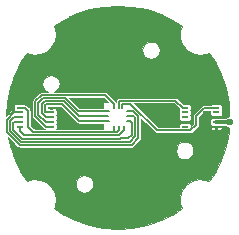
<source format=gtl>
G04 #@! TF.GenerationSoftware,KiCad,Pcbnew,5.0.2-bee76a0~70~ubuntu18.04.1*
G04 #@! TF.CreationDate,2019-08-28T17:06:08+02:00*
G04 #@! TF.ProjectId,upper_Sensor,75707065-725f-4536-956e-736f722e6b69,rev?*
G04 #@! TF.SameCoordinates,Original*
G04 #@! TF.FileFunction,Copper,L1,Top*
G04 #@! TF.FilePolarity,Positive*
%FSLAX46Y46*%
G04 Gerber Fmt 4.6, Leading zero omitted, Abs format (unit mm)*
G04 Created by KiCad (PCBNEW 5.0.2-bee76a0~70~ubuntu18.04.1) date Mi 28 Aug 2019 17:06:08 CEST*
%MOMM*%
%LPD*%
G01*
G04 APERTURE LIST*
G04 #@! TA.AperFunction,SMDPad,CuDef*
%ADD10R,0.630000X0.230000*%
G04 #@! TD*
G04 #@! TA.AperFunction,BGAPad,CuDef*
%ADD11C,0.150000*%
G04 #@! TD*
G04 #@! TA.AperFunction,ViaPad*
%ADD12C,0.600000*%
G04 #@! TD*
G04 #@! TA.AperFunction,Conductor*
%ADD13C,0.130000*%
G04 #@! TD*
G04 #@! TA.AperFunction,Conductor*
%ADD14C,0.300000*%
G04 #@! TD*
G04 #@! TA.AperFunction,Conductor*
%ADD15C,0.100000*%
G04 #@! TD*
G04 APERTURE END LIST*
D10*
G04 #@! TO.P,J12,10*
G04 #@! TO.N,GNDD*
X104325000Y-79200000D03*
G04 #@! TO.P,J12,9*
G04 #@! TO.N,N/C*
X101675000Y-79200000D03*
G04 #@! TO.P,J12,8*
G04 #@! TO.N,REFFET1_D2*
X104325000Y-79600000D03*
G04 #@! TO.P,J12,7*
G04 #@! TO.N,ISFET1_D4*
X101675000Y-79600000D03*
G04 #@! TO.P,J12,6*
G04 #@! TO.N,REFFET1_D3*
X104325000Y-80000000D03*
G04 #@! TO.P,J12,5*
G04 #@! TO.N,ISFET1_D3*
X101675000Y-80000000D03*
G04 #@! TO.P,J12,4*
G04 #@! TO.N,REFFET1_D4*
X104325000Y-80400000D03*
G04 #@! TO.P,J12,3*
G04 #@! TO.N,ISFET1_D2*
X101675000Y-80400000D03*
G04 #@! TO.P,J12,2*
G04 #@! TO.N,N/C*
X104325000Y-80800000D03*
G04 #@! TO.P,J12,1*
G04 #@! TO.N,ISFET1_D1*
X101675000Y-80800000D03*
G04 #@! TD*
G04 #@! TO.P,J11,10*
G04 #@! TO.N,O2_ELEC1*
X118325000Y-79200000D03*
G04 #@! TO.P,J11,9*
G04 #@! TO.N,ELEC1*
X115675000Y-79200000D03*
G04 #@! TO.P,J11,8*
G04 #@! TO.N,Net-(J11-Pad8)*
X118325000Y-79600000D03*
G04 #@! TO.P,J11,7*
G04 #@! TO.N,Net-(J11-Pad7)*
X115675000Y-79600000D03*
G04 #@! TO.P,J11,6*
G04 #@! TO.N,GNDD*
X118325000Y-80000000D03*
G04 #@! TO.P,J11,5*
G04 #@! TO.N,Net-(J11-Pad5)*
X115675000Y-80000000D03*
G04 #@! TO.P,J11,4*
G04 #@! TO.N,RF_ANT*
X118325000Y-80400000D03*
G04 #@! TO.P,J11,3*
G04 #@! TO.N,GNDD*
X115675000Y-80400000D03*
G04 #@! TO.P,J11,2*
X118325000Y-80800000D03*
G04 #@! TO.P,J11,1*
G04 #@! TO.N,Net-(J11-Pad1)*
X115675000Y-80800000D03*
G04 #@! TD*
D11*
G04 #@! TO.P,REF\002A\002A,D4i*
G04 #@! TO.N,ISFET1_D4*
X110753000Y-79450000D03*
G04 #@! TO.P,REF\002A\002A,D2i*
G04 #@! TO.N,ISFET1_D2*
X110753000Y-80330000D03*
G04 #@! TO.P,REF\002A\002A,D3i*
G04 #@! TO.N,ISFET1_D3*
X110753000Y-79890000D03*
G04 #@! TO.P,REF\002A\002A,D1i*
G04 #@! TO.N,ISFET1_D1*
X110550000Y-80753000D03*
G04 #@! TO.P,REF\002A\002A,SUB*
G04 #@! TO.N,N/C*
X109670000Y-80753000D03*
G04 #@! TO.P,REF\002A\002A,S*
X110110000Y-80753000D03*
G04 #@! TO.P,REF\002A\002A,D3m*
G04 #@! TO.N,REFFET1_D3*
X109247000Y-79890000D03*
G04 #@! TO.P,REF\002A\002A,D4m*
G04 #@! TO.N,REFFET1_D4*
X109247000Y-79450000D03*
G04 #@! TO.P,REF\002A\002A,D2m*
G04 #@! TO.N,REFFET1_D2*
X109247000Y-80330000D03*
G04 #@! TO.P,REF\002A\002A,G*
G04 #@! TO.N,N/C*
X109670000Y-79247000D03*
G04 #@! TO.P,REF\002A\002A,O2*
G04 #@! TO.N,O2_ELEC1*
X110330000Y-79247000D03*
G04 #@! TO.P,REF\002A\002A,ELEC*
G04 #@! TO.N,ELEC1*
X110110000Y-79247000D03*
G04 #@! TD*
D12*
G04 #@! TO.N,GNDD*
X110797475Y-89115181D03*
X111588881Y-89010990D03*
X112368194Y-88838220D03*
X113129484Y-88598186D03*
X114575000Y-87924131D03*
X113866957Y-88292715D03*
X117924130Y-84574999D03*
X118292714Y-83866956D03*
X118598185Y-83129483D03*
X118598183Y-76870516D03*
X118292712Y-76133044D03*
X117924128Y-75425001D03*
X118838217Y-77631806D03*
X119010987Y-78411119D03*
X114574998Y-72075871D03*
X112368193Y-71161782D03*
X111588880Y-70989012D03*
X113129483Y-71401816D03*
X113866955Y-71707287D03*
X110797474Y-70884822D03*
X108411119Y-70989014D03*
X107631806Y-71161784D03*
X109202524Y-70884823D03*
X109999999Y-70850004D03*
X106870516Y-71401818D03*
X105425002Y-72075873D03*
X106133044Y-71707289D03*
X102075872Y-75425003D03*
X101707288Y-76133046D03*
X102075875Y-84574997D03*
X101401820Y-83129483D03*
X101707291Y-83866955D03*
X105425005Y-87924127D03*
X106133047Y-88292710D03*
X106870519Y-88598181D03*
X107631808Y-88838215D03*
X108411121Y-89010984D03*
X109202526Y-89115174D03*
X118838219Y-82368193D03*
X119010989Y-81588880D03*
X119115178Y-79202524D03*
X101401817Y-76870518D03*
X101161783Y-77631808D03*
X100989014Y-78411121D03*
X100884824Y-79202526D03*
X110000000Y-89150000D03*
X118300000Y-81400000D03*
X117500000Y-80400000D03*
X117500000Y-80400000D03*
X117500000Y-80400000D03*
X117500000Y-81100000D03*
X118200000Y-78600000D03*
X116500000Y-79100000D03*
X112300000Y-79200000D03*
X114800000Y-80500000D03*
X105100000Y-79600000D03*
X106300000Y-80700000D03*
X107700000Y-78700000D03*
X117500025Y-79700025D03*
G04 #@! TO.N,RF_ANT*
X119491760Y-80403700D03*
G04 #@! TD*
D13*
G04 #@! TO.N,*
X102120000Y-79200000D02*
X102369620Y-79449620D01*
X101675000Y-79200000D02*
X102120000Y-79200000D01*
X102369620Y-79449620D02*
X102369620Y-80812640D01*
X102369620Y-80812640D02*
X102842060Y-81285080D01*
X102842060Y-81285080D02*
X109138720Y-81285080D01*
X109138720Y-81285080D02*
X109928660Y-81285080D01*
X109928660Y-81285080D02*
X110109000Y-81104740D01*
X110109000Y-81104740D02*
X110109000Y-80756760D01*
X109672120Y-81127880D02*
X109672120Y-80751680D01*
X109138720Y-81285080D02*
X109514920Y-81285080D01*
X109514920Y-81285080D02*
X109672120Y-81127880D01*
X109664500Y-78864500D02*
X109664500Y-79217520D01*
X103880000Y-80800000D02*
X102999540Y-79919540D01*
X104325000Y-80800000D02*
X103880000Y-80800000D01*
X102999540Y-78653640D02*
X103553180Y-78100000D01*
X102999540Y-79919540D02*
X102999540Y-78653640D01*
X103553180Y-78100000D02*
X108900000Y-78100000D01*
X108900000Y-78100000D02*
X109664500Y-78864500D01*
G04 #@! TO.N,REFFET1_D2*
X103814999Y-78973562D02*
X103908528Y-78880033D01*
X105293493Y-78880033D02*
X106746040Y-80332580D01*
X104325000Y-79600000D02*
X103880000Y-79600000D01*
X103880000Y-79600000D02*
X103814999Y-79534999D01*
X106746040Y-80332580D02*
X109273340Y-80332580D01*
X103908528Y-78880033D02*
X105293493Y-78880033D01*
X103814999Y-79534999D02*
X103814999Y-78973562D01*
G04 #@! TO.N,REFFET1_D3*
X105401190Y-78620022D02*
X106671788Y-79890620D01*
X103800829Y-78620022D02*
X105401190Y-78620022D01*
X103548180Y-78872671D02*
X103800829Y-78620022D01*
X103548180Y-79668180D02*
X103548180Y-78872671D01*
X103880000Y-80000000D02*
X103548180Y-79668180D01*
X104325000Y-80000000D02*
X103880000Y-80000000D01*
X106671788Y-79890620D02*
X109204999Y-79890620D01*
G04 #@! TO.N,REFFET1_D4*
X104325000Y-80400000D02*
X103880000Y-80400000D01*
X103273860Y-79793860D02*
X103273860Y-78762860D01*
X103273860Y-78762860D02*
X103676709Y-78360011D01*
X106600076Y-79451200D02*
X109255560Y-79451200D01*
X103880000Y-80400000D02*
X103273860Y-79793860D01*
X105508887Y-78360011D02*
X106600076Y-79451200D01*
X103676709Y-78360011D02*
X105508887Y-78360011D01*
G04 #@! TO.N,ISFET1_D4*
X111275450Y-79451200D02*
X110771940Y-79451200D01*
X111746620Y-79922370D02*
X111275450Y-79451200D01*
X111746620Y-81753380D02*
X111746620Y-79922370D01*
X100623710Y-81265779D02*
X101690422Y-82332490D01*
X101675000Y-79600000D02*
X101230000Y-79600000D01*
X100623710Y-80206290D02*
X100623710Y-81265779D01*
X101230000Y-79600000D02*
X100623710Y-80206290D01*
X101690422Y-82332490D02*
X111167510Y-82332490D01*
X111167510Y-82332490D02*
X111746620Y-81753380D01*
G04 #@! TO.N,ISFET1_D3*
X101675000Y-80000000D02*
X101230000Y-80000000D01*
X111349700Y-79893160D02*
X110795001Y-79893160D01*
X101798769Y-82072479D02*
X110290697Y-82072479D01*
X101230000Y-80000000D02*
X100883721Y-80346279D01*
X100883721Y-80346279D02*
X100883721Y-81157431D01*
X100883721Y-81157431D02*
X101798769Y-82072479D01*
X111486609Y-80030069D02*
X111349700Y-79893160D01*
X111486609Y-80876568D02*
X111486609Y-80030069D01*
X110290697Y-82072479D02*
X111027521Y-82072479D01*
X111486609Y-80876568D02*
X111486609Y-81613391D01*
X111486609Y-81613391D02*
X111027520Y-82072480D01*
G04 #@! TO.N,ISFET1_D2*
X101230000Y-80400000D02*
X101150420Y-80479580D01*
X101675000Y-80400000D02*
X101230000Y-80400000D01*
X101900708Y-81806710D02*
X102759001Y-81806710D01*
X101150420Y-80479580D02*
X101150420Y-81056422D01*
X101150420Y-81056422D02*
X101900708Y-81806710D01*
X102759001Y-81806710D02*
X110188759Y-81806710D01*
X111226600Y-80768869D02*
X111226600Y-80505300D01*
X111226600Y-80505300D02*
X111058960Y-80337660D01*
X111058960Y-80337660D02*
X110769400Y-80337660D01*
X111226600Y-80768869D02*
X111226600Y-81473400D01*
X111226600Y-81473400D02*
X110900000Y-81800000D01*
X110900000Y-81800000D02*
X110200000Y-81800000D01*
G04 #@! TO.N,ISFET1_D1*
X110556040Y-81071720D02*
X110556040Y-80764380D01*
X101675000Y-80800000D02*
X101675000Y-81187360D01*
X110081060Y-81546700D02*
X110556040Y-81071720D01*
X102034340Y-81546700D02*
X110081060Y-81546700D01*
X101675000Y-81187360D02*
X102034340Y-81546700D01*
G04 #@! TO.N,ELEC1*
X110157260Y-78592680D02*
X110101380Y-78648560D01*
X114867680Y-78592680D02*
X110157260Y-78592680D01*
X115675000Y-79200000D02*
X115475000Y-79200000D01*
X110101380Y-78648560D02*
X110101380Y-79209900D01*
X115475000Y-79200000D02*
X114867680Y-78592680D01*
D14*
G04 #@! TO.N,RF_ANT*
X118325000Y-80400000D02*
X119488060Y-80400000D01*
X119488060Y-80400000D02*
X119491760Y-80403700D01*
D13*
G04 #@! TO.N,O2_ELEC1*
X110380001Y-78919999D02*
X110380001Y-79197200D01*
X111044650Y-78852690D02*
X110447310Y-78852690D01*
X118325000Y-79200000D02*
X117300000Y-79200000D01*
X110447310Y-78852690D02*
X110380001Y-78919999D01*
X116146001Y-81110001D02*
X113301961Y-81110001D01*
X117300000Y-79200000D02*
X116600000Y-79900000D01*
X113301961Y-81110001D02*
X111044650Y-78852690D01*
X116600000Y-79900000D02*
X116600000Y-80656002D01*
X116600000Y-80656002D02*
X116146001Y-81110001D01*
G04 #@! TD*
D15*
G04 #@! TO.N,GNDD*
G36*
X111233460Y-70630953D02*
X112445808Y-70872104D01*
X113616320Y-71269438D01*
X114724952Y-71816156D01*
X115424441Y-72283539D01*
X115276484Y-72727022D01*
X115280984Y-73300016D01*
X115470845Y-73840660D01*
X115825593Y-74290656D01*
X116306977Y-74601482D01*
X116863089Y-74739621D01*
X117433964Y-74690178D01*
X117711163Y-74567630D01*
X118183844Y-75275048D01*
X118730562Y-76383680D01*
X119127896Y-77554192D01*
X119369047Y-78766540D01*
X119444892Y-79923700D01*
X119396282Y-79923700D01*
X119219862Y-79996775D01*
X119146637Y-80070000D01*
X118765000Y-80070000D01*
X118752500Y-80057500D01*
X118425000Y-80057500D01*
X118425000Y-80070000D01*
X118292498Y-80070000D01*
X118225000Y-80083426D01*
X118225000Y-80057500D01*
X117897500Y-80057500D01*
X117860000Y-80095000D01*
X117860000Y-80144837D01*
X117870398Y-80169940D01*
X117840444Y-80214768D01*
X117826474Y-80285000D01*
X117826474Y-80515000D01*
X117840444Y-80585232D01*
X117870398Y-80630060D01*
X117860000Y-80655163D01*
X117860000Y-80705000D01*
X117897500Y-80742500D01*
X118225000Y-80742500D01*
X118225000Y-80716574D01*
X118292498Y-80730000D01*
X118425000Y-80730000D01*
X118425000Y-80742500D01*
X118752500Y-80742500D01*
X118765000Y-80730000D01*
X119139237Y-80730000D01*
X119219862Y-80810625D01*
X119392086Y-80881962D01*
X119369047Y-81233460D01*
X119127896Y-82445808D01*
X118730562Y-83616320D01*
X118183844Y-84724952D01*
X117711430Y-85431970D01*
X117407362Y-85303214D01*
X116835781Y-85262744D01*
X116281907Y-85409601D01*
X115805465Y-85727950D01*
X115457829Y-86183462D01*
X115276484Y-86727022D01*
X115280984Y-87300016D01*
X115426699Y-87714952D01*
X114724952Y-88183844D01*
X113616320Y-88730562D01*
X112445808Y-89127896D01*
X111233460Y-89369047D01*
X110000000Y-89449893D01*
X108766540Y-89369047D01*
X107554192Y-89127896D01*
X106383680Y-88730562D01*
X105275048Y-88183844D01*
X104570975Y-87713398D01*
X104650919Y-87565236D01*
X104745000Y-87000000D01*
X104744785Y-86972591D01*
X104641837Y-86408902D01*
X104361851Y-85908952D01*
X104080390Y-85656854D01*
X106426572Y-85656854D01*
X106483282Y-85941954D01*
X106644778Y-86183649D01*
X106886473Y-86345145D01*
X107171573Y-86401855D01*
X107456673Y-86345145D01*
X107698368Y-86183649D01*
X107859864Y-85941954D01*
X107916574Y-85656854D01*
X107859864Y-85371754D01*
X107698368Y-85130059D01*
X107456673Y-84968563D01*
X107171573Y-84911853D01*
X106886473Y-84968563D01*
X106644778Y-85130059D01*
X106483282Y-85371754D01*
X106426572Y-85656854D01*
X104080390Y-85656854D01*
X103935018Y-85526648D01*
X103407362Y-85303214D01*
X102835781Y-85262744D01*
X102281907Y-85409601D01*
X102276180Y-85413428D01*
X101816156Y-84724952D01*
X101269438Y-83616320D01*
X101001986Y-82828427D01*
X114911853Y-82828427D01*
X114968563Y-83113527D01*
X115130059Y-83355222D01*
X115371754Y-83516718D01*
X115656854Y-83573428D01*
X115941954Y-83516718D01*
X116183649Y-83355222D01*
X116345145Y-83113527D01*
X116401855Y-82828427D01*
X116345145Y-82543327D01*
X116183649Y-82301632D01*
X115941954Y-82140136D01*
X115656854Y-82083426D01*
X115371754Y-82140136D01*
X115130059Y-82301632D01*
X114968563Y-82543327D01*
X114911853Y-82828427D01*
X101001986Y-82828427D01*
X100872104Y-82445808D01*
X100726809Y-81715359D01*
X101500119Y-82488669D01*
X101513787Y-82509125D01*
X101594828Y-82563274D01*
X101690422Y-82582289D01*
X101714548Y-82577490D01*
X111143384Y-82577490D01*
X111167510Y-82582289D01*
X111191636Y-82577490D01*
X111263104Y-82563274D01*
X111344145Y-82509125D01*
X111357815Y-82488666D01*
X111902799Y-81943683D01*
X111923255Y-81930015D01*
X111977404Y-81848974D01*
X111991620Y-81777506D01*
X111991620Y-81777505D01*
X111996419Y-81753381D01*
X111991620Y-81729256D01*
X111991620Y-80146141D01*
X113111658Y-81266180D01*
X113125326Y-81286636D01*
X113196311Y-81334066D01*
X113206367Y-81340785D01*
X113301961Y-81359800D01*
X113326087Y-81355001D01*
X116121875Y-81355001D01*
X116146001Y-81359800D01*
X116170127Y-81355001D01*
X116241595Y-81340785D01*
X116322636Y-81286636D01*
X116336306Y-81266177D01*
X116707483Y-80895000D01*
X117860000Y-80895000D01*
X117860000Y-80944837D01*
X117882836Y-80999968D01*
X117925032Y-81042164D01*
X117980163Y-81065000D01*
X118187500Y-81065000D01*
X118225000Y-81027500D01*
X118225000Y-80857500D01*
X118425000Y-80857500D01*
X118425000Y-81027500D01*
X118462500Y-81065000D01*
X118669837Y-81065000D01*
X118724968Y-81042164D01*
X118767164Y-80999968D01*
X118790000Y-80944837D01*
X118790000Y-80895000D01*
X118752500Y-80857500D01*
X118425000Y-80857500D01*
X118225000Y-80857500D01*
X117897500Y-80857500D01*
X117860000Y-80895000D01*
X116707483Y-80895000D01*
X116756181Y-80846303D01*
X116776635Y-80832637D01*
X116830784Y-80751596D01*
X116845000Y-80680128D01*
X116849799Y-80656002D01*
X116845000Y-80631876D01*
X116845000Y-80001481D01*
X117401482Y-79445000D01*
X117834430Y-79445000D01*
X117826474Y-79485000D01*
X117826474Y-79715000D01*
X117840444Y-79785232D01*
X117870398Y-79830060D01*
X117860000Y-79855163D01*
X117860000Y-79905000D01*
X117897500Y-79942500D01*
X118225000Y-79942500D01*
X118225000Y-79898526D01*
X118425000Y-79898526D01*
X118425000Y-79942500D01*
X118752500Y-79942500D01*
X118790000Y-79905000D01*
X118790000Y-79855163D01*
X118779602Y-79830060D01*
X118809556Y-79785232D01*
X118823526Y-79715000D01*
X118823526Y-79485000D01*
X118809556Y-79414768D01*
X118799688Y-79400000D01*
X118809556Y-79385232D01*
X118823526Y-79315000D01*
X118823526Y-79085000D01*
X118809556Y-79014768D01*
X118769772Y-78955228D01*
X118710232Y-78915444D01*
X118640000Y-78901474D01*
X118010000Y-78901474D01*
X117939768Y-78915444D01*
X117880569Y-78955000D01*
X117324124Y-78955000D01*
X117299999Y-78950201D01*
X117275874Y-78955000D01*
X117204406Y-78969216D01*
X117123365Y-79023365D01*
X117109697Y-79043821D01*
X116443824Y-79709695D01*
X116423365Y-79723365D01*
X116382635Y-79784324D01*
X116369216Y-79804407D01*
X116350201Y-79900000D01*
X116355000Y-79924126D01*
X116355001Y-80554519D01*
X116173526Y-80735994D01*
X116173526Y-80685000D01*
X116159556Y-80614768D01*
X116129602Y-80569940D01*
X116140000Y-80544837D01*
X116140000Y-80495000D01*
X116102500Y-80457500D01*
X115775000Y-80457500D01*
X115775000Y-80501474D01*
X115575000Y-80501474D01*
X115575000Y-80457500D01*
X115247500Y-80457500D01*
X115210000Y-80495000D01*
X115210000Y-80544837D01*
X115220398Y-80569940D01*
X115190444Y-80614768D01*
X115176474Y-80685000D01*
X115176474Y-80865001D01*
X113403443Y-80865001D01*
X111376121Y-78837680D01*
X114766199Y-78837680D01*
X115176474Y-79247956D01*
X115176474Y-79315000D01*
X115190444Y-79385232D01*
X115200312Y-79400000D01*
X115190444Y-79414768D01*
X115176474Y-79485000D01*
X115176474Y-79715000D01*
X115190444Y-79785232D01*
X115200312Y-79800000D01*
X115190444Y-79814768D01*
X115176474Y-79885000D01*
X115176474Y-80115000D01*
X115190444Y-80185232D01*
X115220398Y-80230060D01*
X115210000Y-80255163D01*
X115210000Y-80305000D01*
X115247500Y-80342500D01*
X115575000Y-80342500D01*
X115575000Y-80298526D01*
X115775000Y-80298526D01*
X115775000Y-80342500D01*
X116102500Y-80342500D01*
X116140000Y-80305000D01*
X116140000Y-80255163D01*
X116129602Y-80230060D01*
X116159556Y-80185232D01*
X116173526Y-80115000D01*
X116173526Y-79885000D01*
X116159556Y-79814768D01*
X116149688Y-79800000D01*
X116159556Y-79785232D01*
X116173526Y-79715000D01*
X116173526Y-79485000D01*
X116159556Y-79414768D01*
X116149688Y-79400000D01*
X116159556Y-79385232D01*
X116173526Y-79315000D01*
X116173526Y-79085000D01*
X116159556Y-79014768D01*
X116119772Y-78955228D01*
X116060232Y-78915444D01*
X115990000Y-78901474D01*
X115522956Y-78901474D01*
X115057985Y-78436504D01*
X115044315Y-78416045D01*
X114963274Y-78361896D01*
X114891806Y-78347680D01*
X114867680Y-78342881D01*
X114843554Y-78347680D01*
X110181384Y-78347680D01*
X110157259Y-78342881D01*
X110133135Y-78347680D01*
X110133134Y-78347680D01*
X110061666Y-78361896D01*
X109980625Y-78416045D01*
X109966955Y-78436504D01*
X109945204Y-78458255D01*
X109924745Y-78471925D01*
X109881501Y-78536646D01*
X109870596Y-78552967D01*
X109851581Y-78648560D01*
X109856380Y-78672686D01*
X109856380Y-78710681D01*
X109841135Y-78687865D01*
X109820679Y-78674197D01*
X109090305Y-77943824D01*
X109076635Y-77923365D01*
X108995594Y-77869216D01*
X108924126Y-77855000D01*
X108900000Y-77850201D01*
X108875874Y-77855000D01*
X104635525Y-77855000D01*
X104869941Y-77698368D01*
X105031437Y-77456673D01*
X105088147Y-77171573D01*
X105031437Y-76886473D01*
X104869941Y-76644778D01*
X104628246Y-76483282D01*
X104343146Y-76426572D01*
X104058046Y-76483282D01*
X103816351Y-76644778D01*
X103654855Y-76886473D01*
X103598145Y-77171573D01*
X103654855Y-77456673D01*
X103816351Y-77698368D01*
X104050767Y-77855000D01*
X103577304Y-77855000D01*
X103553179Y-77850201D01*
X103529055Y-77855000D01*
X103529054Y-77855000D01*
X103457586Y-77869216D01*
X103376545Y-77923365D01*
X103362877Y-77943821D01*
X102843362Y-78463337D01*
X102822906Y-78477005D01*
X102791219Y-78524429D01*
X102768756Y-78558047D01*
X102749741Y-78653640D01*
X102754541Y-78677771D01*
X102754540Y-79895414D01*
X102749741Y-79919540D01*
X102754540Y-79943665D01*
X102768756Y-80015133D01*
X102822905Y-80096175D01*
X102843364Y-80109845D01*
X103689697Y-80956179D01*
X103703365Y-80976635D01*
X103784406Y-81030784D01*
X103831140Y-81040080D01*
X102943542Y-81040080D01*
X102614620Y-80711159D01*
X102614620Y-79473746D01*
X102619419Y-79449620D01*
X102600404Y-79354026D01*
X102594172Y-79344699D01*
X102546255Y-79272985D01*
X102525799Y-79259317D01*
X102310305Y-79043824D01*
X102296635Y-79023365D01*
X102215594Y-78969216D01*
X102144126Y-78955000D01*
X102120000Y-78950201D01*
X102114027Y-78951389D01*
X102060232Y-78915444D01*
X101990000Y-78901474D01*
X101360000Y-78901474D01*
X101289768Y-78915444D01*
X101230228Y-78955228D01*
X101190444Y-79014768D01*
X101176474Y-79085000D01*
X101176474Y-79315000D01*
X101185247Y-79359103D01*
X101134406Y-79369216D01*
X101053365Y-79423365D01*
X101039699Y-79443818D01*
X100554778Y-79928741D01*
X100630953Y-78766540D01*
X100872104Y-77554192D01*
X101269438Y-76383680D01*
X101816156Y-75275048D01*
X102278503Y-74583096D01*
X102306977Y-74601482D01*
X102863089Y-74739621D01*
X103433964Y-74690178D01*
X103958045Y-74458484D01*
X104082816Y-74343146D01*
X112083426Y-74343146D01*
X112140136Y-74628246D01*
X112301632Y-74869941D01*
X112543327Y-75031437D01*
X112828427Y-75088147D01*
X113113527Y-75031437D01*
X113355222Y-74869941D01*
X113516718Y-74628246D01*
X113573428Y-74343146D01*
X113516718Y-74058046D01*
X113355222Y-73816351D01*
X113113527Y-73654855D01*
X112828427Y-73598145D01*
X112543327Y-73654855D01*
X112301632Y-73816351D01*
X112140136Y-74058046D01*
X112083426Y-74343146D01*
X104082816Y-74343146D01*
X104378820Y-74069523D01*
X104650919Y-73565236D01*
X104745000Y-73000000D01*
X104744785Y-72972591D01*
X104641837Y-72408902D01*
X104572700Y-72285449D01*
X105275048Y-71816156D01*
X106383680Y-71269438D01*
X107554192Y-70872104D01*
X108766540Y-70630953D01*
X110000000Y-70550107D01*
X111233460Y-70630953D01*
X111233460Y-70630953D01*
G37*
X111233460Y-70630953D02*
X112445808Y-70872104D01*
X113616320Y-71269438D01*
X114724952Y-71816156D01*
X115424441Y-72283539D01*
X115276484Y-72727022D01*
X115280984Y-73300016D01*
X115470845Y-73840660D01*
X115825593Y-74290656D01*
X116306977Y-74601482D01*
X116863089Y-74739621D01*
X117433964Y-74690178D01*
X117711163Y-74567630D01*
X118183844Y-75275048D01*
X118730562Y-76383680D01*
X119127896Y-77554192D01*
X119369047Y-78766540D01*
X119444892Y-79923700D01*
X119396282Y-79923700D01*
X119219862Y-79996775D01*
X119146637Y-80070000D01*
X118765000Y-80070000D01*
X118752500Y-80057500D01*
X118425000Y-80057500D01*
X118425000Y-80070000D01*
X118292498Y-80070000D01*
X118225000Y-80083426D01*
X118225000Y-80057500D01*
X117897500Y-80057500D01*
X117860000Y-80095000D01*
X117860000Y-80144837D01*
X117870398Y-80169940D01*
X117840444Y-80214768D01*
X117826474Y-80285000D01*
X117826474Y-80515000D01*
X117840444Y-80585232D01*
X117870398Y-80630060D01*
X117860000Y-80655163D01*
X117860000Y-80705000D01*
X117897500Y-80742500D01*
X118225000Y-80742500D01*
X118225000Y-80716574D01*
X118292498Y-80730000D01*
X118425000Y-80730000D01*
X118425000Y-80742500D01*
X118752500Y-80742500D01*
X118765000Y-80730000D01*
X119139237Y-80730000D01*
X119219862Y-80810625D01*
X119392086Y-80881962D01*
X119369047Y-81233460D01*
X119127896Y-82445808D01*
X118730562Y-83616320D01*
X118183844Y-84724952D01*
X117711430Y-85431970D01*
X117407362Y-85303214D01*
X116835781Y-85262744D01*
X116281907Y-85409601D01*
X115805465Y-85727950D01*
X115457829Y-86183462D01*
X115276484Y-86727022D01*
X115280984Y-87300016D01*
X115426699Y-87714952D01*
X114724952Y-88183844D01*
X113616320Y-88730562D01*
X112445808Y-89127896D01*
X111233460Y-89369047D01*
X110000000Y-89449893D01*
X108766540Y-89369047D01*
X107554192Y-89127896D01*
X106383680Y-88730562D01*
X105275048Y-88183844D01*
X104570975Y-87713398D01*
X104650919Y-87565236D01*
X104745000Y-87000000D01*
X104744785Y-86972591D01*
X104641837Y-86408902D01*
X104361851Y-85908952D01*
X104080390Y-85656854D01*
X106426572Y-85656854D01*
X106483282Y-85941954D01*
X106644778Y-86183649D01*
X106886473Y-86345145D01*
X107171573Y-86401855D01*
X107456673Y-86345145D01*
X107698368Y-86183649D01*
X107859864Y-85941954D01*
X107916574Y-85656854D01*
X107859864Y-85371754D01*
X107698368Y-85130059D01*
X107456673Y-84968563D01*
X107171573Y-84911853D01*
X106886473Y-84968563D01*
X106644778Y-85130059D01*
X106483282Y-85371754D01*
X106426572Y-85656854D01*
X104080390Y-85656854D01*
X103935018Y-85526648D01*
X103407362Y-85303214D01*
X102835781Y-85262744D01*
X102281907Y-85409601D01*
X102276180Y-85413428D01*
X101816156Y-84724952D01*
X101269438Y-83616320D01*
X101001986Y-82828427D01*
X114911853Y-82828427D01*
X114968563Y-83113527D01*
X115130059Y-83355222D01*
X115371754Y-83516718D01*
X115656854Y-83573428D01*
X115941954Y-83516718D01*
X116183649Y-83355222D01*
X116345145Y-83113527D01*
X116401855Y-82828427D01*
X116345145Y-82543327D01*
X116183649Y-82301632D01*
X115941954Y-82140136D01*
X115656854Y-82083426D01*
X115371754Y-82140136D01*
X115130059Y-82301632D01*
X114968563Y-82543327D01*
X114911853Y-82828427D01*
X101001986Y-82828427D01*
X100872104Y-82445808D01*
X100726809Y-81715359D01*
X101500119Y-82488669D01*
X101513787Y-82509125D01*
X101594828Y-82563274D01*
X101690422Y-82582289D01*
X101714548Y-82577490D01*
X111143384Y-82577490D01*
X111167510Y-82582289D01*
X111191636Y-82577490D01*
X111263104Y-82563274D01*
X111344145Y-82509125D01*
X111357815Y-82488666D01*
X111902799Y-81943683D01*
X111923255Y-81930015D01*
X111977404Y-81848974D01*
X111991620Y-81777506D01*
X111991620Y-81777505D01*
X111996419Y-81753381D01*
X111991620Y-81729256D01*
X111991620Y-80146141D01*
X113111658Y-81266180D01*
X113125326Y-81286636D01*
X113196311Y-81334066D01*
X113206367Y-81340785D01*
X113301961Y-81359800D01*
X113326087Y-81355001D01*
X116121875Y-81355001D01*
X116146001Y-81359800D01*
X116170127Y-81355001D01*
X116241595Y-81340785D01*
X116322636Y-81286636D01*
X116336306Y-81266177D01*
X116707483Y-80895000D01*
X117860000Y-80895000D01*
X117860000Y-80944837D01*
X117882836Y-80999968D01*
X117925032Y-81042164D01*
X117980163Y-81065000D01*
X118187500Y-81065000D01*
X118225000Y-81027500D01*
X118225000Y-80857500D01*
X118425000Y-80857500D01*
X118425000Y-81027500D01*
X118462500Y-81065000D01*
X118669837Y-81065000D01*
X118724968Y-81042164D01*
X118767164Y-80999968D01*
X118790000Y-80944837D01*
X118790000Y-80895000D01*
X118752500Y-80857500D01*
X118425000Y-80857500D01*
X118225000Y-80857500D01*
X117897500Y-80857500D01*
X117860000Y-80895000D01*
X116707483Y-80895000D01*
X116756181Y-80846303D01*
X116776635Y-80832637D01*
X116830784Y-80751596D01*
X116845000Y-80680128D01*
X116849799Y-80656002D01*
X116845000Y-80631876D01*
X116845000Y-80001481D01*
X117401482Y-79445000D01*
X117834430Y-79445000D01*
X117826474Y-79485000D01*
X117826474Y-79715000D01*
X117840444Y-79785232D01*
X117870398Y-79830060D01*
X117860000Y-79855163D01*
X117860000Y-79905000D01*
X117897500Y-79942500D01*
X118225000Y-79942500D01*
X118225000Y-79898526D01*
X118425000Y-79898526D01*
X118425000Y-79942500D01*
X118752500Y-79942500D01*
X118790000Y-79905000D01*
X118790000Y-79855163D01*
X118779602Y-79830060D01*
X118809556Y-79785232D01*
X118823526Y-79715000D01*
X118823526Y-79485000D01*
X118809556Y-79414768D01*
X118799688Y-79400000D01*
X118809556Y-79385232D01*
X118823526Y-79315000D01*
X118823526Y-79085000D01*
X118809556Y-79014768D01*
X118769772Y-78955228D01*
X118710232Y-78915444D01*
X118640000Y-78901474D01*
X118010000Y-78901474D01*
X117939768Y-78915444D01*
X117880569Y-78955000D01*
X117324124Y-78955000D01*
X117299999Y-78950201D01*
X117275874Y-78955000D01*
X117204406Y-78969216D01*
X117123365Y-79023365D01*
X117109697Y-79043821D01*
X116443824Y-79709695D01*
X116423365Y-79723365D01*
X116382635Y-79784324D01*
X116369216Y-79804407D01*
X116350201Y-79900000D01*
X116355000Y-79924126D01*
X116355001Y-80554519D01*
X116173526Y-80735994D01*
X116173526Y-80685000D01*
X116159556Y-80614768D01*
X116129602Y-80569940D01*
X116140000Y-80544837D01*
X116140000Y-80495000D01*
X116102500Y-80457500D01*
X115775000Y-80457500D01*
X115775000Y-80501474D01*
X115575000Y-80501474D01*
X115575000Y-80457500D01*
X115247500Y-80457500D01*
X115210000Y-80495000D01*
X115210000Y-80544837D01*
X115220398Y-80569940D01*
X115190444Y-80614768D01*
X115176474Y-80685000D01*
X115176474Y-80865001D01*
X113403443Y-80865001D01*
X111376121Y-78837680D01*
X114766199Y-78837680D01*
X115176474Y-79247956D01*
X115176474Y-79315000D01*
X115190444Y-79385232D01*
X115200312Y-79400000D01*
X115190444Y-79414768D01*
X115176474Y-79485000D01*
X115176474Y-79715000D01*
X115190444Y-79785232D01*
X115200312Y-79800000D01*
X115190444Y-79814768D01*
X115176474Y-79885000D01*
X115176474Y-80115000D01*
X115190444Y-80185232D01*
X115220398Y-80230060D01*
X115210000Y-80255163D01*
X115210000Y-80305000D01*
X115247500Y-80342500D01*
X115575000Y-80342500D01*
X115575000Y-80298526D01*
X115775000Y-80298526D01*
X115775000Y-80342500D01*
X116102500Y-80342500D01*
X116140000Y-80305000D01*
X116140000Y-80255163D01*
X116129602Y-80230060D01*
X116159556Y-80185232D01*
X116173526Y-80115000D01*
X116173526Y-79885000D01*
X116159556Y-79814768D01*
X116149688Y-79800000D01*
X116159556Y-79785232D01*
X116173526Y-79715000D01*
X116173526Y-79485000D01*
X116159556Y-79414768D01*
X116149688Y-79400000D01*
X116159556Y-79385232D01*
X116173526Y-79315000D01*
X116173526Y-79085000D01*
X116159556Y-79014768D01*
X116119772Y-78955228D01*
X116060232Y-78915444D01*
X115990000Y-78901474D01*
X115522956Y-78901474D01*
X115057985Y-78436504D01*
X115044315Y-78416045D01*
X114963274Y-78361896D01*
X114891806Y-78347680D01*
X114867680Y-78342881D01*
X114843554Y-78347680D01*
X110181384Y-78347680D01*
X110157259Y-78342881D01*
X110133135Y-78347680D01*
X110133134Y-78347680D01*
X110061666Y-78361896D01*
X109980625Y-78416045D01*
X109966955Y-78436504D01*
X109945204Y-78458255D01*
X109924745Y-78471925D01*
X109881501Y-78536646D01*
X109870596Y-78552967D01*
X109851581Y-78648560D01*
X109856380Y-78672686D01*
X109856380Y-78710681D01*
X109841135Y-78687865D01*
X109820679Y-78674197D01*
X109090305Y-77943824D01*
X109076635Y-77923365D01*
X108995594Y-77869216D01*
X108924126Y-77855000D01*
X108900000Y-77850201D01*
X108875874Y-77855000D01*
X104635525Y-77855000D01*
X104869941Y-77698368D01*
X105031437Y-77456673D01*
X105088147Y-77171573D01*
X105031437Y-76886473D01*
X104869941Y-76644778D01*
X104628246Y-76483282D01*
X104343146Y-76426572D01*
X104058046Y-76483282D01*
X103816351Y-76644778D01*
X103654855Y-76886473D01*
X103598145Y-77171573D01*
X103654855Y-77456673D01*
X103816351Y-77698368D01*
X104050767Y-77855000D01*
X103577304Y-77855000D01*
X103553179Y-77850201D01*
X103529055Y-77855000D01*
X103529054Y-77855000D01*
X103457586Y-77869216D01*
X103376545Y-77923365D01*
X103362877Y-77943821D01*
X102843362Y-78463337D01*
X102822906Y-78477005D01*
X102791219Y-78524429D01*
X102768756Y-78558047D01*
X102749741Y-78653640D01*
X102754541Y-78677771D01*
X102754540Y-79895414D01*
X102749741Y-79919540D01*
X102754540Y-79943665D01*
X102768756Y-80015133D01*
X102822905Y-80096175D01*
X102843364Y-80109845D01*
X103689697Y-80956179D01*
X103703365Y-80976635D01*
X103784406Y-81030784D01*
X103831140Y-81040080D01*
X102943542Y-81040080D01*
X102614620Y-80711159D01*
X102614620Y-79473746D01*
X102619419Y-79449620D01*
X102600404Y-79354026D01*
X102594172Y-79344699D01*
X102546255Y-79272985D01*
X102525799Y-79259317D01*
X102310305Y-79043824D01*
X102296635Y-79023365D01*
X102215594Y-78969216D01*
X102144126Y-78955000D01*
X102120000Y-78950201D01*
X102114027Y-78951389D01*
X102060232Y-78915444D01*
X101990000Y-78901474D01*
X101360000Y-78901474D01*
X101289768Y-78915444D01*
X101230228Y-78955228D01*
X101190444Y-79014768D01*
X101176474Y-79085000D01*
X101176474Y-79315000D01*
X101185247Y-79359103D01*
X101134406Y-79369216D01*
X101053365Y-79423365D01*
X101039699Y-79443818D01*
X100554778Y-79928741D01*
X100630953Y-78766540D01*
X100872104Y-77554192D01*
X101269438Y-76383680D01*
X101816156Y-75275048D01*
X102278503Y-74583096D01*
X102306977Y-74601482D01*
X102863089Y-74739621D01*
X103433964Y-74690178D01*
X103958045Y-74458484D01*
X104082816Y-74343146D01*
X112083426Y-74343146D01*
X112140136Y-74628246D01*
X112301632Y-74869941D01*
X112543327Y-75031437D01*
X112828427Y-75088147D01*
X113113527Y-75031437D01*
X113355222Y-74869941D01*
X113516718Y-74628246D01*
X113573428Y-74343146D01*
X113516718Y-74058046D01*
X113355222Y-73816351D01*
X113113527Y-73654855D01*
X112828427Y-73598145D01*
X112543327Y-73654855D01*
X112301632Y-73816351D01*
X112140136Y-74058046D01*
X112083426Y-74343146D01*
X104082816Y-74343146D01*
X104378820Y-74069523D01*
X104650919Y-73565236D01*
X104745000Y-73000000D01*
X104744785Y-72972591D01*
X104641837Y-72408902D01*
X104572700Y-72285449D01*
X105275048Y-71816156D01*
X106383680Y-71269438D01*
X107554192Y-70872104D01*
X108766540Y-70630953D01*
X110000000Y-70550107D01*
X111233460Y-70630953D01*
G36*
X104425000Y-79142500D02*
X104752500Y-79142500D01*
X104769967Y-79125033D01*
X105192012Y-79125033D01*
X106555739Y-80488762D01*
X106569405Y-80509215D01*
X106589858Y-80522881D01*
X106650446Y-80563364D01*
X106746040Y-80582379D01*
X106770166Y-80577580D01*
X108750000Y-80577580D01*
X108750000Y-81040080D01*
X104772907Y-81040080D01*
X104809556Y-80985232D01*
X104823526Y-80915000D01*
X104823526Y-80685000D01*
X104809556Y-80614768D01*
X104799688Y-80600000D01*
X104809556Y-80585232D01*
X104823526Y-80515000D01*
X104823526Y-80285000D01*
X104809556Y-80214768D01*
X104799688Y-80200000D01*
X104809556Y-80185232D01*
X104823526Y-80115000D01*
X104823526Y-79885000D01*
X104809556Y-79814768D01*
X104799688Y-79800000D01*
X104809556Y-79785232D01*
X104823526Y-79715000D01*
X104823526Y-79485000D01*
X104809556Y-79414768D01*
X104779602Y-79369940D01*
X104790000Y-79344837D01*
X104790000Y-79295000D01*
X104752500Y-79257500D01*
X104425000Y-79257500D01*
X104425000Y-79301474D01*
X104225000Y-79301474D01*
X104225000Y-79257500D01*
X104205000Y-79257500D01*
X104205000Y-79142500D01*
X104225000Y-79142500D01*
X104225000Y-79125033D01*
X104425000Y-79125033D01*
X104425000Y-79142500D01*
X104425000Y-79142500D01*
G37*
X104425000Y-79142500D02*
X104752500Y-79142500D01*
X104769967Y-79125033D01*
X105192012Y-79125033D01*
X106555739Y-80488762D01*
X106569405Y-80509215D01*
X106589858Y-80522881D01*
X106650446Y-80563364D01*
X106746040Y-80582379D01*
X106770166Y-80577580D01*
X108750000Y-80577580D01*
X108750000Y-81040080D01*
X104772907Y-81040080D01*
X104809556Y-80985232D01*
X104823526Y-80915000D01*
X104823526Y-80685000D01*
X104809556Y-80614768D01*
X104799688Y-80600000D01*
X104809556Y-80585232D01*
X104823526Y-80515000D01*
X104823526Y-80285000D01*
X104809556Y-80214768D01*
X104799688Y-80200000D01*
X104809556Y-80185232D01*
X104823526Y-80115000D01*
X104823526Y-79885000D01*
X104809556Y-79814768D01*
X104799688Y-79800000D01*
X104809556Y-79785232D01*
X104823526Y-79715000D01*
X104823526Y-79485000D01*
X104809556Y-79414768D01*
X104779602Y-79369940D01*
X104790000Y-79344837D01*
X104790000Y-79295000D01*
X104752500Y-79257500D01*
X104425000Y-79257500D01*
X104425000Y-79301474D01*
X104225000Y-79301474D01*
X104225000Y-79257500D01*
X104205000Y-79257500D01*
X104205000Y-79142500D01*
X104225000Y-79142500D01*
X104225000Y-79125033D01*
X104425000Y-79125033D01*
X104425000Y-79142500D01*
G36*
X109203518Y-78750000D02*
X108800000Y-78750000D01*
X108780866Y-78753806D01*
X108764645Y-78764645D01*
X108753806Y-78780866D01*
X108750000Y-78800000D01*
X108750000Y-79206200D01*
X106701558Y-79206200D01*
X105840357Y-78345000D01*
X108798519Y-78345000D01*
X109203518Y-78750000D01*
X109203518Y-78750000D01*
G37*
X109203518Y-78750000D02*
X108800000Y-78750000D01*
X108780866Y-78753806D01*
X108764645Y-78764645D01*
X108753806Y-78780866D01*
X108750000Y-78800000D01*
X108750000Y-79206200D01*
X106701558Y-79206200D01*
X105840357Y-78345000D01*
X108798519Y-78345000D01*
X109203518Y-78750000D01*
G04 #@! TD*
M02*

</source>
